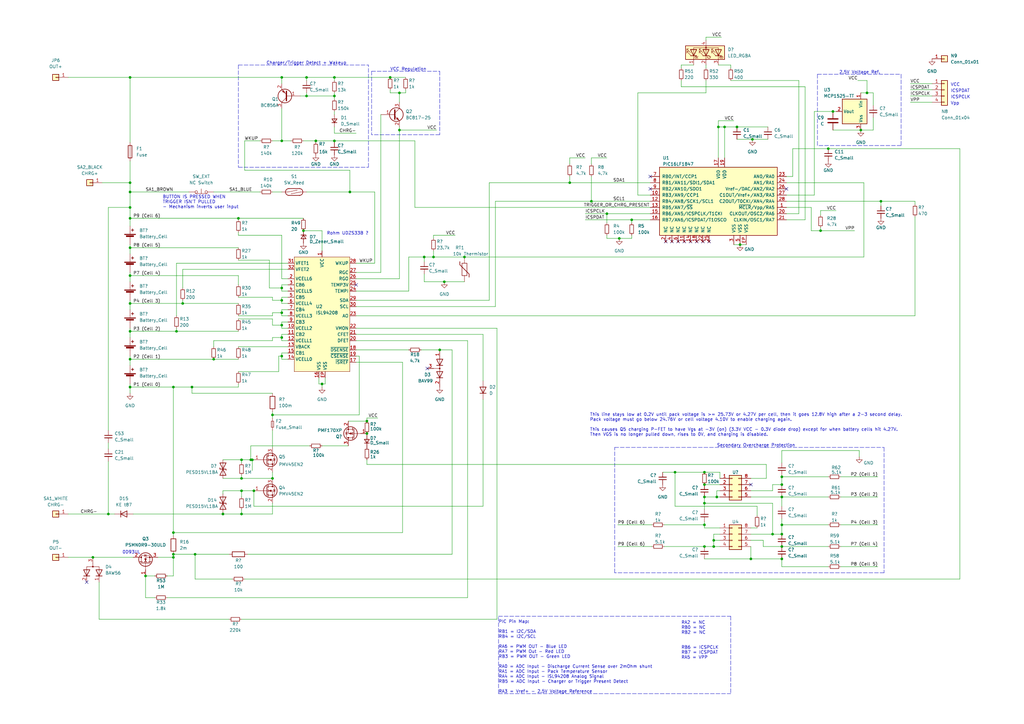
<source format=kicad_sch>
(kicad_sch (version 20211123) (generator eeschema)
  (paper "A3")
  (title_block (title "Dyson V7 BMS - PCB 279857") (date "2022-05-11") (rev "1.0") (company "tinfever") (comment 1 "See COPYING for license") (comment 2 "© 2022 tinfever"))
  (junction (at 307.975 229.235))
  (junction (at 99.06 210.82))
  (junction (at 320.675 203.835))
  (junction (at 233.68 74.93))
  (junction (at 124.46 94.615))
  (junction (at 137.16 57.785))
  (junction (at 320.675 219.075))
  (junction (at 177.8 105.41))
  (junction (at 44.45 210.82))
  (junction (at 53.34 89.535))
  (junction (at 308.61 57.15))
  (junction (at 104.14 201.295))
  (junction (at 294.005 203.835))
  (junction (at 53.34 135.89))
  (junction (at 80.01 227.33))
  (junction (at 97.79 89.535))
  (junction (at 53.34 124.46))
  (junction (at 297.18 52.07))
  (junction (at 150.495 177.8))
  (junction (at 102.87 188.595))
  (junction (at 115.57 31.75))
  (junction (at 248.92 87.63))
  (junction (at 302.26 52.07))
  (junction (at 53.34 74.93))
  (junction (at 190.5 105.41))
  (junction (at 150.495 172.72))
  (junction (at 87.63 147.32))
  (junction (at 125.73 31.75))
  (junction (at 288.925 224.155))
  (junction (at 99.06 201.295))
  (junction (at 259.08 90.17))
  (junction (at 320.675 215.265))
  (junction (at 320.675 224.155))
  (junction (at 361.315 82.55))
  (junction (at 115.57 57.785))
  (junction (at 53.34 101.6))
  (junction (at 91.44 210.82))
  (junction (at 129.54 57.785))
  (junction (at 115.57 118.11))
  (junction (at 111.76 170.18))
  (junction (at 355.6 38.1))
  (junction (at 115.57 123.19))
  (junction (at 288.925 206.375))
  (junction (at 163.83 53.34))
  (junction (at 336.55 94.615))
  (junction (at 132.08 157.48))
  (junction (at 53.34 78.74))
  (junction (at 115.57 128.27))
  (junction (at 71.12 218.44))
  (junction (at 115.57 146.05))
  (junction (at 137.16 31.75))
  (junction (at 254 97.79))
  (junction (at 59.69 236.22))
  (junction (at 242.57 82.55))
  (junction (at 292.735 221.615))
  (junction (at 71.12 158.75))
  (junction (at 316.865 219.075))
  (junction (at 71.12 227.33))
  (junction (at 320.675 195.58))
  (junction (at 53.34 113.03))
  (junction (at 288.925 193.675))
  (junction (at 320.675 198.755))
  (junction (at 288.925 215.265))
  (junction (at 160.02 31.75))
  (junction (at 163.83 38.1))
  (junction (at 180.34 143.51))
  (junction (at 111.76 196.215))
  (junction (at 353.06 53.34))
  (junction (at 38.1 228.6))
  (junction (at 276.86 193.675))
  (junction (at 341.63 45.72))
  (junction (at 125.73 39.37))
  (junction (at 292.735 224.155))
  (junction (at 103.505 188.595))
  (junction (at 53.34 31.75))
  (junction (at 182.245 115.57))
  (junction (at 71.12 228.6))
  (junction (at 53.34 85.09))
  (junction (at 294.64 52.07))
  (junction (at 74.93 124.46))
  (junction (at 72.39 135.89))
  (junction (at 143.51 78.74))
  (junction (at 53.34 147.32))
  (junction (at 173.99 105.41))
  (junction (at 137.16 39.37))
  (junction (at 99.06 188.595))
  (junction (at 320.675 229.235))
  (junction (at 339.725 60.96))
  (junction (at 288.925 198.755))
  (junction (at 78.74 158.75))
  (junction (at 115.57 138.43))
  (junction (at 303.53 100.33))
  (junction (at 53.34 158.75))
  (junction (at 99.06 196.215))
  (junction (at 288.925 203.835))
  (junction (at 115.57 133.35))
  (no_connect (at 280.67 99.06))
  (no_connect (at 278.13 99.06))
  (no_connect (at 275.59 99.06))
  (no_connect (at 273.05 99.06))
  (no_connect (at 288.29 99.06))
  (no_connect (at 285.75 99.06))
  (no_connect (at 283.21 99.06))
  (no_connect (at 290.83 99.06))
  (no_connect (at 322.58 77.47))
  (no_connect (at 266.7 72.39))
  (no_connect (at 266.7 77.47))
  (no_connect (at 146.05 116.84))
  (no_connect (at 307.975 198.755))
  (no_connect (at 35.56 238.76))
  (no_connect (at 175.26 151.13))
  (wire (pts (xy 133.35 157.48) (xy 132.08 157.48)))
  (wire (pts (xy 100.33 57.785) (xy 100.33 69.85)))
  (wire (pts (xy 143.51 78.74) (xy 153.67 78.74)))
  (wire (pts (xy 240.03 64.77) (xy 233.68 64.77)))
  (wire (pts (xy 146.05 134.62) (xy 203.835 134.62)))
  (wire (pts (xy 104.14 207.645) (xy 198.12 207.645)))
  (wire (pts (xy 129.54 57.785) (xy 129.54 58.42)))
  (wire (pts (xy 288.925 213.995) (xy 288.925 215.265)))
  (wire (pts (xy 91.44 196.215) (xy 99.06 196.215)))
  (wire (pts (xy 153.67 78.74) (xy 153.67 107.95)))
  (wire (pts (xy 271.78 193.675) (xy 276.86 193.675)))
  (wire (pts (xy 115.57 116.84) (xy 115.57 118.11)))
  (polyline (pts (xy 151.13 68.58) (xy 151.13 26.67)))
  (wire (pts (xy 358.14 43.18) (xy 358.14 38.1)))
  (wire (pts (xy 59.69 245.11) (xy 63.5 245.11)))
  (wire (pts (xy 99.06 188.595) (xy 99.06 189.865)))
  (wire (pts (xy 300.99 49.53) (xy 294.64 49.53)))
  (wire (pts (xy 100.33 237.49) (xy 393.7 237.49)))
  (wire (pts (xy 99.06 208.915) (xy 99.06 210.82)))
  (wire (pts (xy 173.99 107.315) (xy 173.99 105.41)))
  (polyline (pts (xy 362.585 183.515) (xy 362.585 234.95)))
  (wire (pts (xy 97.79 158.75) (xy 97.79 157.48)))
  (wire (pts (xy 295.275 224.155) (xy 292.735 224.155)))
  (wire (pts (xy 71.12 227.33) (xy 80.01 227.33)))
  (wire (pts (xy 133.35 154.94) (xy 133.35 157.48)))
  (wire (pts (xy 111.76 171.45) (xy 111.76 170.18)))
  (wire (pts (xy 177.8 96.52) (xy 186.69 96.52)))
  (wire (pts (xy 115.57 147.32) (xy 118.11 147.32)))
  (wire (pts (xy 276.86 193.675) (xy 288.925 193.675)))
  (wire (pts (xy 300.99 100.33) (xy 303.53 100.33)))
  (wire (pts (xy 53.34 147.32) (xy 53.34 149.86)))
  (wire (pts (xy 132.08 157.48) (xy 132.08 158.75)))
  (wire (pts (xy 314.325 190.5) (xy 314.325 196.215)))
  (wire (pts (xy 115.57 127) (xy 115.57 128.27)))
  (wire (pts (xy 146.05 111.76) (xy 156.21 111.76)))
  (wire (pts (xy 91.44 201.295) (xy 99.06 201.295)))
  (wire (pts (xy 163.83 53.34) (xy 163.83 114.3)))
  (wire (pts (xy 233.68 64.77) (xy 233.68 67.31)))
  (wire (pts (xy 355.6 33.02) (xy 355.6 38.1)))
  (wire (pts (xy 165.1 218.44) (xy 165.1 148.59)))
  (wire (pts (xy 327.66 33.02) (xy 299.72 33.02)))
  (wire (pts (xy 146.05 54.61) (xy 137.16 54.61)))
  (wire (pts (xy 153.67 107.95) (xy 146.05 107.95)))
  (wire (pts (xy 53.34 101.6) (xy 53.34 104.14)))
  (wire (pts (xy 137.16 57.785) (xy 137.16 58.42)))
  (wire (pts (xy 313.055 221.615) (xy 313.055 224.155)))
  (wire (pts (xy 111.76 176.53) (xy 111.76 183.515)))
  (wire (pts (xy 115.57 118.11) (xy 115.57 119.38)))
  (wire (pts (xy 72.39 129.54) (xy 72.39 107.95)))
  (wire (pts (xy 64.77 228.6) (xy 71.12 228.6)))
  (wire (pts (xy 115.57 132.08) (xy 115.57 133.35)))
  (wire (pts (xy 307.975 221.615) (xy 313.055 221.615)))
  (wire (pts (xy 306.07 100.33) (xy 303.53 100.33)))
  (wire (pts (xy 53.34 89.535) (xy 53.34 92.71)))
  (wire (pts (xy 248.92 87.63) (xy 248.92 91.44)))
  (wire (pts (xy 137.16 31.75) (xy 137.16 33.02)))
  (wire (pts (xy 111.76 170.18) (xy 111.76 168.91)))
  (wire (pts (xy 137.16 31.75) (xy 160.02 31.75)))
  (wire (pts (xy 53.34 74.93) (xy 53.34 78.74)))
  (wire (pts (xy 53.34 31.75) (xy 115.57 31.75)))
  (wire (pts (xy 294.64 52.07) (xy 294.64 64.77)))
  (wire (pts (xy 115.57 128.27) (xy 115.57 129.54)))
  (wire (pts (xy 97.79 130.81) (xy 111.76 130.81)))
  (wire (pts (xy 307.975 216.535) (xy 310.515 216.535)))
  (wire (pts (xy 295.275 201.295) (xy 294.005 201.295)))
  (wire (pts (xy 203.835 134.62) (xy 203.835 254)))
  (wire (pts (xy 44.45 85.09) (xy 53.34 85.09)))
  (wire (pts (xy 111.76 78.74) (xy 115.57 78.74)))
  (wire (pts (xy 115.57 31.75) (xy 115.57 34.29)))
  (polyline (pts (xy 362.585 234.95) (xy 252.095 234.95)))
  (wire (pts (xy 74.93 124.46) (xy 74.93 123.19)))
  (wire (pts (xy 190.5 115.57) (xy 182.245 115.57)))
  (wire (pts (xy 111.76 129.54) (xy 111.76 128.27)))
  (wire (pts (xy 203.2 82.55) (xy 242.57 82.55)))
  (wire (pts (xy 118.11 144.78) (xy 115.57 144.78)))
  (wire (pts (xy 146.05 139.7) (xy 191.77 139.7)))
  (wire (pts (xy 111.76 210.82) (xy 99.06 210.82)))
  (wire (pts (xy 53.34 113.03) (xy 53.34 115.57)))
  (polyline (pts (xy 252.095 234.95) (xy 252.095 183.515)))
  (wire (pts (xy 78.74 158.75) (xy 78.74 161.29)))
  (wire (pts (xy 344.805 203.835) (xy 360.045 203.835)))
  (wire (pts (xy 53.34 124.46) (xy 74.93 124.46)))
  (wire (pts (xy 344.805 195.58) (xy 360.045 195.58)))
  (wire (pts (xy 123.19 39.37) (xy 125.73 39.37)))
  (wire (pts (xy 336.55 86.36) (xy 336.55 88.265)))
  (wire (pts (xy 97.79 96.52) (xy 97.79 95.25)))
  (wire (pts (xy 27.94 31.75) (xy 53.34 31.75)))
  (wire (pts (xy 167.64 105.41) (xy 173.99 105.41)))
  (wire (pts (xy 393.7 60.96) (xy 393.7 237.49)))
  (wire (pts (xy 200.66 123.19) (xy 146.05 123.19)))
  (wire (pts (xy 373.38 34.29) (xy 382.27 34.29)))
  (wire (pts (xy 115.57 119.38) (xy 118.11 119.38)))
  (wire (pts (xy 91.44 210.185) (xy 91.44 210.82)))
  (wire (pts (xy 203.835 254) (xy 99.06 254)))
  (wire (pts (xy 91.44 201.295) (xy 91.44 202.565)))
  (wire (pts (xy 361.315 82.55) (xy 375.285 82.55)))
  (wire (pts (xy 40.64 254) (xy 93.98 254)))
  (wire (pts (xy 53.34 147.32) (xy 87.63 147.32)))
  (wire (pts (xy 115.57 123.19) (xy 115.57 124.46)))
  (wire (pts (xy 111.76 138.43) (xy 115.57 138.43)))
  (wire (pts (xy 320.675 203.835) (xy 320.675 207.645)))
  (wire (pts (xy 118.11 137.16) (xy 115.57 137.16)))
  (wire (pts (xy 137.16 40.64) (xy 137.16 39.37)))
  (wire (pts (xy 307.975 203.835) (xy 320.675 203.835)))
  (wire (pts (xy 99.06 201.295) (xy 99.06 203.835)))
  (wire (pts (xy 53.34 113.03) (xy 97.79 113.03)))
  (wire (pts (xy 102.87 188.595) (xy 103.505 188.595)))
  (wire (pts (xy 163.83 53.34) (xy 179.07 53.34)))
  (wire (pts (xy 111.76 206.375) (xy 111.76 210.82)))
  (polyline (pts (xy 369.57 59.69) (xy 335.28 59.69)))
  (wire (pts (xy 125.73 31.75) (xy 125.73 33.02)))
  (wire (pts (xy 292.735 219.075) (xy 295.275 219.075)))
  (wire (pts (xy 322.58 74.93) (xy 354.33 74.93)))
  (wire (pts (xy 322.58 72.39) (xy 325.12 72.39)))
  (wire (pts (xy 99.06 194.945) (xy 99.06 196.215)))
  (wire (pts (xy 334.01 45.72) (xy 341.63 45.72)))
  (wire (pts (xy 288.925 206.375) (xy 316.865 206.375)))
  (wire (pts (xy 150.495 190.5) (xy 314.325 190.5)))
  (wire (pts (xy 53.34 111.76) (xy 53.34 113.03)))
  (wire (pts (xy 173.99 112.395) (xy 173.99 115.57)))
  (wire (pts (xy 297.18 52.07) (xy 294.64 52.07)))
  (wire (pts (xy 143.51 69.85) (xy 143.51 78.74)))
  (wire (pts (xy 115.57 138.43) (xy 115.57 139.7)))
  (wire (pts (xy 146.05 119.38) (xy 167.64 119.38)))
  (wire (pts (xy 344.805 232.41) (xy 360.045 232.41)))
  (wire (pts (xy 124.46 94.615) (xy 132.08 94.615)))
  (polyline (pts (xy 204.47 252.73) (xy 299.72 252.73)))
  (wire (pts (xy 325.12 60.96) (xy 339.725 60.96)))
  (wire (pts (xy 160.02 36.83) (xy 160.02 38.1)))
  (wire (pts (xy 114.3 146.05) (xy 114.3 152.4)))
  (wire (pts (xy 336.55 94.615) (xy 350.52 94.615)))
  (wire (pts (xy 289.56 38.1) (xy 289.56 33.02)))
  (wire (pts (xy 358.14 38.1) (xy 355.6 38.1)))
  (wire (pts (xy 172.72 143.51) (xy 180.34 143.51)))
  (wire (pts (xy 320.675 212.725) (xy 320.675 215.265)))
  (wire (pts (xy 53.34 135.89) (xy 53.34 138.43)))
  (wire (pts (xy 59.69 236.22) (xy 63.5 236.22)))
  (wire (pts (xy 336.55 93.345) (xy 336.55 94.615)))
  (wire (pts (xy 320.675 195.58) (xy 320.675 198.755)))
  (wire (pts (xy 295.91 15.24) (xy 289.56 15.24)))
  (wire (pts (xy 146.05 125.73) (xy 203.2 125.73)))
  (wire (pts (xy 198.12 137.16) (xy 198.12 156.21)))
  (wire (pts (xy 292.735 221.615) (xy 295.275 221.615)))
  (wire (pts (xy 288.925 193.675) (xy 295.275 193.675)))
  (wire (pts (xy 99.06 201.295) (xy 104.14 201.295)))
  (wire (pts (xy 71.12 236.22) (xy 71.12 228.6)))
  (wire (pts (xy 320.675 215.265) (xy 339.725 215.265)))
  (wire (pts (xy 137.16 57.785) (xy 170.18 57.785)))
  (wire (pts (xy 100.33 57.785) (xy 106.68 57.785)))
  (wire (pts (xy 59.69 236.22) (xy 59.69 245.11)))
  (wire (pts (xy 53.34 89.535) (xy 97.79 89.535)))
  (wire (pts (xy 146.05 129.54) (xy 375.285 129.54)))
  (wire (pts (xy 125.73 31.75) (xy 137.16 31.75)))
  (wire (pts (xy 44.45 176.53) (xy 44.45 85.09)))
  (wire (pts (xy 78.74 158.75) (xy 97.79 158.75)))
  (wire (pts (xy 375.285 129.54) (xy 375.285 88.9)))
  (wire (pts (xy 111.76 121.92) (xy 111.76 123.19)))
  (wire (pts (xy 115.57 121.92) (xy 115.57 123.19)))
  (wire (pts (xy 334.01 45.72) (xy 334.01 80.01)))
  (wire (pts (xy 332.74 85.09) (xy 332.74 94.615)))
  (wire (pts (xy 115.57 146.05) (xy 114.3 146.05)))
  (polyline (pts (xy 97.79 68.58) (xy 151.13 68.58)))
  (wire (pts (xy 316.865 201.295) (xy 307.975 201.295)))
  (wire (pts (xy 97.79 89.535) (xy 124.46 89.535)))
  (wire (pts (xy 115.57 146.05) (xy 115.57 147.32)))
  (wire (pts (xy 97.79 142.24) (xy 118.11 142.24)))
  (polyline (pts (xy 180.34 55.245) (xy 152.4 55.245)))
  (wire (pts (xy 288.925 229.235) (xy 307.975 229.235)))
  (wire (pts (xy 111.76 139.7) (xy 87.63 139.7)))
  (polyline (pts (xy 204.47 284.48) (xy 299.72 284.48)))
  (wire (pts (xy 261.62 80.01) (xy 261.62 38.1)))
  (wire (pts (xy 322.58 85.09) (xy 332.74 85.09)))
  (wire (pts (xy 242.57 72.39) (xy 242.57 82.55)))
  (wire (pts (xy 74.93 124.46) (xy 97.79 124.46)))
  (wire (pts (xy 53.34 124.46) (xy 53.34 127)))
  (wire (pts (xy 97.79 106.68) (xy 110.49 106.68)))
  (wire (pts (xy 330.2 35.56) (xy 330.2 90.17)))
  (wire (pts (xy 352.425 184.785) (xy 352.425 187.325)))
  (wire (pts (xy 72.39 134.62) (xy 72.39 135.89)))
  (wire (pts (xy 127 182.88) (xy 102.87 182.88)))
  (wire (pts (xy 102.87 182.88) (xy 102.87 188.595)))
  (wire (pts (xy 40.64 238.76) (xy 40.64 254)))
  (wire (pts (xy 53.34 78.74) (xy 77.47 78.74)))
  (wire (pts (xy 53.34 31.75) (xy 53.34 58.42)))
  (wire (pts (xy 185.42 143.51) (xy 185.42 227.33)))
  (wire (pts (xy 279.4 35.56) (xy 330.2 35.56)))
  (wire (pts (xy 38.1 228.6) (xy 54.61 228.6)))
  (wire (pts (xy 320.675 194.945) (xy 320.675 195.58)))
  (wire (pts (xy 68.58 236.22) (xy 71.12 236.22)))
  (wire (pts (xy 115.57 144.78) (xy 115.57 146.05)))
  (wire (pts (xy 118.11 114.3) (xy 115.57 114.3)))
  (wire (pts (xy 259.08 90.17) (xy 259.08 91.44)))
  (wire (pts (xy 71.12 158.75) (xy 71.12 218.44)))
  (wire (pts (xy 272.415 224.155) (xy 288.925 224.155)))
  (wire (pts (xy 156.21 111.76) (xy 156.21 46.99)))
  (wire (pts (xy 177.8 96.52) (xy 177.8 97.79)))
  (wire (pts (xy 288.925 206.375) (xy 288.925 208.915)))
  (wire (pts (xy 170.18 57.785) (xy 170.18 85.09)))
  (wire (pts (xy 279.4 26.67) (xy 284.48 26.67)))
  (wire (pts (xy 288.925 203.835) (xy 294.005 203.835)))
  (polyline (pts (xy 335.28 30.48) (xy 369.57 30.48)))
  (wire (pts (xy 115.57 137.16) (xy 115.57 138.43)))
  (wire (pts (xy 68.58 245.11) (xy 191.77 245.11)))
  (wire (pts (xy 115.57 118.11) (xy 110.49 118.11)))
  (wire (pts (xy 308.61 57.15) (xy 302.26 57.15)))
  (wire (pts (xy 170.18 85.09) (xy 266.7 85.09)))
  (wire (pts (xy 163.83 38.1) (xy 166.37 38.1)))
  (wire (pts (xy 118.11 116.84) (xy 115.57 116.84)))
  (wire (pts (xy 87.63 78.74) (xy 106.68 78.74)))
  (wire (pts (xy 233.68 72.39) (xy 233.68 74.93)))
  (wire (pts (xy 322.58 80.01) (xy 334.01 80.01)))
  (wire (pts (xy 165.1 148.59) (xy 146.05 148.59)))
  (wire (pts (xy 288.925 203.835) (xy 288.925 206.375)))
  (wire (pts (xy 44.45 181.61) (xy 44.45 184.15)))
  (wire (pts (xy 320.675 203.835) (xy 339.725 203.835)))
  (wire (pts (xy 299.72 26.67) (xy 294.64 26.67)))
  (wire (pts (xy 292.735 221.615) (xy 292.735 219.075)))
  (wire (pts (xy 358.14 48.26) (xy 358.14 53.34)))
  (wire (pts (xy 341.63 53.34) (xy 353.06 53.34)))
  (wire (pts (xy 130.81 157.48) (xy 132.08 157.48)))
  (wire (pts (xy 97.79 116.84) (xy 97.79 113.03)))
  (wire (pts (xy 71.12 218.44) (xy 71.12 219.71)))
  (wire (pts (xy 289.56 15.24) (xy 289.56 16.51)))
  (wire (pts (xy 299.72 26.67) (xy 299.72 27.94)))
  (wire (pts (xy 351.79 33.02) (xy 355.6 33.02)))
  (wire (pts (xy 160.02 38.1) (xy 163.83 38.1)))
  (wire (pts (xy 53.34 85.09) (xy 53.34 89.535)))
  (wire (pts (xy 111.76 133.35) (xy 115.57 133.35)))
  (wire (pts (xy 91.44 210.82) (xy 99.06 210.82)))
  (wire (pts (xy 322.58 87.63) (xy 327.66 87.63)))
  (wire (pts (xy 261.62 38.1) (xy 289.56 38.1)))
  (polyline (pts (xy 97.79 26.67) (xy 151.13 26.67)))
  (wire (pts (xy 125.73 39.37) (xy 125.73 38.1)))
  (wire (pts (xy 294.64 49.53) (xy 294.64 52.07)))
  (wire (pts (xy 74.93 118.11) (xy 74.93 110.49)))
  (wire (pts (xy 53.34 78.74) (xy 53.34 85.09)))
  (wire (pts (xy 180.34 143.51) (xy 185.42 143.51)))
  (wire (pts (xy 295.275 193.675) (xy 295.275 196.215)))
  (wire (pts (xy 53.34 100.33) (xy 53.34 101.6)))
  (wire (pts (xy 203.2 125.73) (xy 203.2 82.55)))
  (wire (pts (xy 115.57 31.75) (xy 125.73 31.75)))
  (wire (pts (xy 308.61 57.15) (xy 314.96 57.15)))
  (wire (pts (xy 272.415 215.265) (xy 288.925 215.265)))
  (wire (pts (xy 344.805 215.265) (xy 360.045 215.265)))
  (wire (pts (xy 288.925 198.755) (xy 295.275 198.755)))
  (wire (pts (xy 99.06 196.215) (xy 111.76 196.215)))
  (wire (pts (xy 124.46 57.785) (xy 129.54 57.785)))
  (wire (pts (xy 167.64 119.38) (xy 167.64 105.41)))
  (wire (pts (xy 242.57 82.55) (xy 266.7 82.55)))
  (polyline (pts (xy 97.79 26.67) (xy 97.79 68.58)))
  (wire (pts (xy 320.675 184.785) (xy 320.675 189.865)))
  (wire (pts (xy 111.76 193.675) (xy 111.76 196.215)))
  (wire (pts (xy 71.12 218.44) (xy 165.1 218.44)))
  (wire (pts (xy 322.58 82.55) (xy 361.315 82.55)))
  (wire (pts (xy 307.975 219.075) (xy 316.865 219.075)))
  (wire (pts (xy 276.86 207.645) (xy 276.86 193.675)))
  (wire (pts (xy 373.38 36.83) (xy 382.27 36.83)))
  (wire (pts (xy 53.34 146.05) (xy 53.34 147.32)))
  (wire (pts (xy 115.57 44.45) (xy 115.57 57.785)))
  (wire (pts (xy 74.93 110.49) (xy 118.11 110.49)))
  (wire (pts (xy 118.11 139.7) (xy 115.57 139.7)))
  (wire (pts (xy 320.675 215.265) (xy 320.675 219.075)))
  (wire (pts (xy 150.495 172.72) (xy 150.495 171.45)))
  (wire (pts (xy 53.34 158.75) (xy 71.12 158.75)))
  (wire (pts (xy 111.76 57.785) (xy 115.57 57.785)))
  (wire (pts (xy 147.32 146.05) (xy 147.32 170.18)))
  (wire (pts (xy 373.38 41.91) (xy 382.27 41.91)))
  (wire (pts (xy 288.925 224.155) (xy 292.735 224.155)))
  (wire (pts (xy 375.285 82.55) (xy 375.285 83.82)))
  (wire (pts (xy 279.4 33.02) (xy 279.4 35.56)))
  (wire (pts (xy 97.79 129.54) (xy 111.76 129.54)))
  (wire (pts (xy 361.315 82.55) (xy 361.315 84.455)))
  (wire (pts (xy 150.495 190.5) (xy 150.495 188.595)))
  (wire (pts (xy 339.725 60.96) (xy 393.7 60.96)))
  (wire (pts (xy 129.54 57.785) (xy 137.16 57.785)))
  (wire (pts (xy 41.91 74.93) (xy 53.34 74.93)))
  (wire (pts (xy 87.63 147.32) (xy 97.79 147.32)))
  (wire (pts (xy 320.675 232.41) (xy 339.725 232.41)))
  (wire (pts (xy 150.495 171.45) (xy 154.94 171.45)))
  (wire (pts (xy 279.4 26.67) (xy 279.4 27.94)))
  (wire (pts (xy 111.76 130.81) (xy 111.76 133.35)))
  (wire (pts (xy 253.365 224.155) (xy 267.335 224.155)))
  (wire (pts (xy 341.63 45.72) (xy 342.9 45.72)))
  (wire (pts (xy 118.11 121.92) (xy 115.57 121.92)))
  (wire (pts (xy 111.76 161.29) (xy 78.74 161.29)))
  (wire (pts (xy 115.57 114.3) (xy 115.57 96.52)))
  (wire (pts (xy 53.34 123.19) (xy 53.34 124.46)))
  (wire (pts (xy 294.005 201.295) (xy 294.005 203.835)))
  (wire (pts (xy 266.7 74.93) (xy 233.68 74.93)))
  (wire (pts (xy 137.16 46.99) (xy 137.16 45.72)))
  (wire (pts (xy 53.34 134.62) (xy 53.34 135.89)))
  (polyline (pts (xy 152.4 29.21) (xy 180.34 29.21)))
  (wire (pts (xy 111.76 170.18) (xy 147.32 170.18)))
  (wire (pts (xy 132.08 94.615) (xy 132.08 102.87)))
  (wire (pts (xy 99.06 188.595) (xy 102.87 188.595)))
  (wire (pts (xy 355.6 38.1) (xy 353.06 38.1)))
  (wire (pts (xy 100.33 69.85) (xy 143.51 69.85)))
  (wire (pts (xy 200.66 74.93) (xy 200.66 123.19)))
  (wire (pts (xy 330.2 90.17) (xy 322.58 90.17)))
  (wire (pts (xy 137.16 52.07) (xy 137.16 54.61)))
  (polyline (pts (xy 369.57 30.48) (xy 369.57 59.69)))
  (wire (pts (xy 27.94 210.82) (xy 44.45 210.82)))
  (wire (pts (xy 200.66 74.93) (xy 233.68 74.93)))
  (wire (pts (xy 44.45 189.23) (xy 44.45 210.82)))
  (wire (pts (xy 115.57 124.46) (xy 118.11 124.46)))
  (wire (pts (xy 53.34 158.75) (xy 53.34 157.48)))
  (wire (pts (xy 80.01 237.49) (xy 95.25 237.49)))
  (wire (pts (xy 27.94 228.6) (xy 38.1 228.6)))
  (wire (pts (xy 118.11 132.08) (xy 115.57 132.08)))
  (wire (pts (xy 72.39 107.95) (xy 118.11 107.95)))
  (polyline (pts (xy 252.095 183.515) (xy 362.585 183.515)))
  (wire (pts (xy 71.12 158.75) (xy 78.74 158.75)))
  (wire (pts (xy 163.83 52.07) (xy 163.83 53.34)))
  (wire (pts (xy 344.805 224.155) (xy 360.045 224.155)))
  (wire (pts (xy 373.38 39.37) (xy 382.27 39.37)))
  (wire (pts (xy 259.08 97.79) (xy 259.08 96.52)))
  (wire (pts (xy 125.73 39.37) (xy 137.16 39.37)))
  (wire (pts (xy 150.495 172.72) (xy 142.875 172.72)))
  (wire (pts (xy 266.7 80.01) (xy 261.62 80.01)))
  (wire (pts (xy 320.675 224.155) (xy 339.725 224.155)))
  (polyline (pts (xy 152.4 29.21) (xy 152.4 55.245)))
  (wire (pts (xy 297.18 52.07) (xy 297.18 64.77)))
  (polyline (pts (xy 180.34 29.21) (xy 180.34 55.245)))
  (wire (pts (xy 320.675 198.755) (xy 316.865 198.755)))
  (wire (pts (xy 198.12 163.83) (xy 198.12 207.645)))
  (wire (pts (xy 130.81 154.94) (xy 130.81 157.48)))
  (wire (pts (xy 288.925 215.265) (xy 288.925 216.535)))
  (wire (pts (xy 80.01 227.33) (xy 80.01 237.49)))
  (wire (pts (xy 142.875 182.88) (xy 132.08 182.88)))
  (wire (pts (xy 292.735 224.155) (xy 292.735 221.615)))
  (wire (pts (xy 327.66 87.63) (xy 327.66 33.02)))
  (polyline (pts (xy 299.72 252.73) (xy 299.72 284.48)))
  (wire (pts (xy 294.005 203.835) (xy 295.275 203.835)))
  (wire (pts (xy 118.11 129.54) (xy 115.57 129.54)))
  (wire (pts (xy 288.925 216.535) (xy 295.275 216.535)))
  (wire (pts (xy 191.77 139.7) (xy 191.77 245.11)))
  (wire (pts (xy 240.03 90.17) (xy 259.08 90.17)))
  (wire (pts (xy 87.63 139.7) (xy 87.63 142.24)))
  (wire (pts (xy 242.57 64.77) (xy 242.57 67.31)))
  (wire (pts (xy 320.675 229.235) (xy 320.675 232.41)))
  (wire (pts (xy 91.44 188.595) (xy 99.06 188.595)))
  (wire (pts (xy 240.03 87.63) (xy 248.92 87.63)))
  (wire (pts (xy 110.49 118.11) (xy 110.49 106.68)))
  (wire (pts (xy 111.76 139.7) (xy 111.76 138.43)))
  (wire (pts (xy 53.34 158.75) (xy 53.34 161.29)))
  (wire (pts (xy 54.61 210.82) (xy 91.44 210.82)))
  (wire (pts (xy 166.37 38.1) (xy 166.37 36.83)))
  (wire (pts (xy 310.515 207.645) (xy 276.86 207.645)))
  (wire (pts (xy 248.92 96.52) (xy 248.92 97.79)))
  (wire (pts (xy 248.92 87.63) (xy 266.7 87.63)))
  (wire (pts (xy 316.865 198.755) (xy 316.865 201.295)))
  (wire (pts (xy 177.8 105.41) (xy 190.5 105.41)))
  (wire (pts (xy 248.92 64.77) (xy 242.57 64.77)))
  (wire (pts (xy 146.05 114.3) (xy 163.83 114.3)))
  (wire (pts (xy 302.26 52.07) (xy 314.96 52.07)))
  (wire (pts (xy 71.12 227.33) (xy 71.12 228.6)))
  (wire (pts (xy 177.8 102.87) (xy 177.8 105.41)))
  (wire (pts (xy 53.34 101.6) (xy 97.79 101.6)))
  (wire (pts (xy 97.79 121.92) (xy 111.76 121.92)))
  (wire (pts (xy 307.975 196.215) (xy 314.325 196.215)))
  (wire (pts (xy 97.79 89.535) (xy 97.79 90.17)))
  (wire (pts (xy 115.57 96.52) (xy 97.79 96.52)))
  (wire (pts (xy 320.675 184.785) (xy 352.425 184.785)))
  (wire (pts (xy 103.505 188.595) (xy 104.14 188.595)))
  (wire (pts (xy 104.14 201.295) (xy 104.14 207.645)))
  (wire (pts (xy 103.505 188.595) (xy 103.505 193.04)))
  (wire (pts (xy 114.3 152.4) (xy 97.79 152.4)))
  (wire (pts (xy 118.11 134.62) (xy 115.57 134.62)))
  (wire (pts (xy 332.74 94.615) (xy 336.55 94.615)))
  (wire (pts (xy 146.05 143.51) (xy 167.64 143.51)))
  (wire (pts (xy 72.39 135.89) (xy 97.79 135.89)))
  (wire (pts (xy 150.495 177.8) (xy 150.495 178.435)))
  (wire (pts (xy 53.34 135.89) (xy 72.39 135.89)))
  (wire (pts (xy 115.57 133.35) (xy 115.57 134.62)))
  (wire (pts (xy 190.5 105.41) (xy 354.33 105.41)))
  (wire (pts (xy 111.76 123.19) (xy 115.57 123.19)))
  (wire (pts (xy 342.9 86.36) (xy 336.55 86.36)))
  (wire (pts (xy 353.06 53.34) (xy 358.14 53.34)))
  (wire (pts (xy 316.865 206.375) (xy 316.865 219.075)))
  (wire (pts (xy 44.45 210.82) (xy 46.99 210.82)))
  (polyline (pts (xy 204.47 284.48) (xy 204.47 252.73)))
  (wire (pts (xy 80.01 227.33) (xy 93.98 227.33)))
  (wire (pts (xy 310.515 211.455) (xy 310.515 207.645)))
  (wire (pts (xy 137.16 39.37) (xy 137.16 38.1)))
  (wire (pts (xy 253.365 215.265) (xy 267.335 215.265)))
  (wire (pts (xy 146.05 137.16) (xy 198.12 137.16)))
  (wire (pts (xy 163.83 38.1) (xy 163.83 41.91)))
  (wire (pts (xy 160.02 31.75) (xy 166.37 31.75)))
  (wire (pts (xy 307.975 229.235) (xy 320.675 229.235)))
  (wire (pts (xy 354.33 74.93) (xy 354.33 105.41)))
  (wire (pts (xy 125.73 78.74) (xy 143.51 78.74)))
  (wire (pts (xy 320.675 195.58) (xy 339.725 195.58)))
  (wire (pts (xy 289.56 27.94) (xy 289.56 26.67)))
  (wire (pts (xy 115.57 57.785) (xy 119.38 57.785)))
  (wire (pts (xy 254 97.79) (xy 259.08 97.79)))
  (wire (pts (xy 118.11 127) (xy 115.57 127)))
  (wire (pts (xy 53.34 74.93) (xy 53.34 66.04)))
  (polyline (pts (xy 335.28 30.48) (xy 335.28 59.69)))
  (wire (pts (xy 101.6 227.33) (xy 185.42 227.33)))
  (wire (pts (xy 316.865 219.075) (xy 320.675 219.075)))
  (wire (pts (xy 325.12 72.39) (xy 325.12 60.96)))
  (wire (pts (xy 259.08 90.17) (xy 266.7 90.17)))
  (wire (pts (xy 307.975 224.155) (xy 307.975 229.235)))
  (wire (pts (xy 146.05 146.05) (xy 147.32 146.05)))
  (wire (pts (xy 248.92 97.79) (xy 254 97.79)))
  (wire (pts (xy 182.245 115.57) (xy 173.99 115.57)))
  (wire (pts (xy 313.055 224.155) (xy 320.675 224.155)))
  (wire (pts (xy 302.26 52.07) (xy 297.18 52.07)))
  (wire (pts (xy 111.76 128.27) (xy 115.57 128.27)))
  (wire (pts (xy 177.8 105.41) (xy 173.99 105.41)))
  (text "\nSV09 V6\n2.8V when charger present\n225mV when button pressed\n750mV when button not pressed" (at 427.99 93.345 0) (effects (font (size 1.27 1.27)) (justify left bottom)))
  (text "ICSPDAT" (at 389.89 38.1 0) (effects (font (size 1.27 1.27)) (justify left bottom)))
  (text "2.5V Voltage Ref." (at 344.17 30.48 0) (effects (font (size 1.27 1.27)) (justify left bottom)))
  (text "Trigger or Charge Present\nWith 24V pack voltage:\nRB5 Detect Pin	|	ISL WKUP Pin	|	\n923mV			|	16V				|	Trigger not pressed, charger not present, reed switch closed\n0V				|	0V				|	Trigger pulled, charger not present, reed switch closed\n0V				|	0V				|	Trigger not pulled, charger not present, reed switch open (battery removed from vacuum)\n2.82V			|	24V				|	Charger present, trigger doesn't matter, reed switch doesn't matter\n\n\nWith 18V pack voltage:\nRB5 Detect Pin	|	ISL WKUP Pin	|	\n692mV			|	12V				|	Trigger not pressed, charger not present, reed switch closed\n0V				|	0V				|	Trigger pulled, charger not present, reed switch closed\n0V				|	0V				|	Trigger not pulled, charger not present, reed switch open (battery removed from vacuum)\n2.113V			|	18V				|	Charger present, trigger doesn't matter, reed switch doesn't matter\n\n\n\nWith 25.2V pack voltage:\nRB5 Detect Pin	|	ISL WKUP Pin	|	\n969mV			|	16.7V				|	Trigger not pressed, charger not present, reed switch closed\n0V				|	0V				|	Trigger pulled, charger not present, reed switch closed\n0V				|	0V				|	Trigger not pulled, charger not present, reed switch open (battery removed from vacuum)\n2.961V			|	25.2V				|	Charger present, trigger doesn't matter, reed switch doesn't matter\n" (at 427.99 80.645 0) (effects (font (size 1.27 1.27)) (justify left bottom)))
  (text "VCC Regulation" (at 160.02 29.21 0) (effects (font (size 1.27 1.27)) (justify left bottom)))
  (text "0D93UL" (at 50.165 227.33 0) (effects (font (size 1.27 1.27)) (justify left bottom)))
  (text "This line stays low at 0.2V until pack voltage is >= 25.73V or 4.27V per cell, then it goes 12.8V high after a 2-3 second delay.\nPack voltage must go below 24.76V or cell voltage 4.10V to enable charging again.\n\nThis causes Q5 charging P-FET to have Vgs at -3V (on) (3.3V VCC - 0.3V diode drop) except for when battery cells hit 4.27V.\nThen VGS is no longer pulled down, rises to 0V, and charging is disabled.\n" (at 241.935 179.07 0) (effects (font (size 1.27 1.27)) (justify left bottom)))
  (text "Vpp" (at 389.89 43.18 0) (effects (font (size 1.27 1.27)) (justify left bottom)))
  (text "Rohm UDZS33B ?\n" (at 133.985 96.52 0) (effects (font (size 1.27 1.27)) (justify left bottom)))
  (text "ICSPCLK" (at 389.89 40.64 0) (effects (font (size 1.27 1.27)) (justify left bottom)))
  (text "RA2 = NC\nRB0 = NC\nRB2 = NC\n\n\nRB6 = ICSPCLK\nRB7 = ICSPDAT\nRA5 = VPP" (at 279.4 270.51 0) (effects (font (size 1.27 1.27)) (justify left bottom)))
  (text "Secondary Overcharge Protection" (at 294.005 183.515 0) (effects (font (size 1.27 1.27)) (justify left bottom)))
  (text "BUTTON IS PRESSED WHEN\nTRIGGER ISN'T PULLED\n- Mechanism inverts user input" (at 66.675 85.725 0) (effects (font (size 1.27 1.27)) (justify left bottom)))
  (text "PIC Pin Map:\n\nRB1 = I2C/SDA\nRB4 = I2C/SCL\n\nRA6 = PWM OUT - Blue LED\nRA7 = PWM Out - Red LED\nRB3 = PWM OUT - Green LED\n\nRA0 = ADC Input - Discharge Current Sense over 2mOhm shunt\nRA1 = ADC Input - Pack Temperature Sensor\nRA4 = ADC Input - ISL94208 Analog Signal\nRB5 = ADC Input - Charger or Trigger Present Detect\n\nRA3 = Vref+ - 2.5V Voltage Reference" (at 204.47 284.48 0) (effects (font (size 1.27 1.27)) (justify left bottom)))
  (text "Charger/Trigger Detect + Wakeup" (at 109.22 26.67 0) (effects (font (size 1.27 1.27)) (justify left bottom)))
  (text "VCC" (at 389.89 35.56 0) (effects (font (size 1.27 1.27)) (justify left bottom)))
  (label "VCC" (at 342.9 86.36 180))
  (label "VCC" (at 373.38 34.29 0))
  (label "P7 (Cell 4)" (at 54.61 113.03 0))
  (label "P4 (Cell 3)" (at 360.045 215.265 180))
  (label "P7 (Cell 4)" (at 360.045 224.155 180))
  (label "ICSPDAT" (at 373.38 36.83 0))
  (label "SA1_BLUE" (at 93.98 78.74 0))
  (label "VPP" (at 373.38 41.91 0))
  (label "VCC" (at 300.99 49.53 180))
  (label "SA1_BROWN" (at 59.69 78.74 0))
  (label "ICSPCLK" (at 373.38 39.37 0))
  (label "P1 (Cell 0)" (at 54.61 158.75 0))
  (label "VCC" (at 179.07 53.34 180))
  (label "P9 (Cell 6)" (at 253.365 215.265 0))
  (label "P8 (Cell 5)" (at 54.61 101.6 0))
  (label "P2 (Cell 1)" (at 360.045 195.58 180))
  (label "P3 (Cell 2)" (at 360.045 203.835 180))
  (label "P4 (Cell 3)" (at 54.61 124.46 0))
  (label "P9 (Cell 6)" (at 54.61 89.535 0))
  (label "TRIGGER_OR_CHRG_PRESENT" (at 239.395 85.09 0))
  (label "P8 (Cell 5)" (at 360.045 232.41 180))
  (label "VPP" (at 350.52 94.615 180))
  (label "CHRG-" (at 146.05 54.61 180))
  (label "P3 (Cell 2)" (at 54.61 135.89 0))
  (label "ICSPDAT" (at 240.03 90.17 0))
  (label "CHRG-" (at 33.02 210.82 0))
  (label "VCC" (at 240.03 64.77 180))
  (label "P9 (Cell 6)" (at 253.365 224.155 0))
  (label "VCC" (at 248.92 64.77 180))
  (label "VCC" (at 351.79 33.02 180))
  (label "VCC" (at 186.69 96.52 180))
  (label "VCC" (at 154.94 171.45 180))
  (label "P2 (Cell 1)" (at 54.61 147.32 0))
  (label "WKUP" (at 147.32 107.95 0))
  (label "SCL1" (at 251.46 82.55 0))
  (label "WKUP" (at 100.33 57.785 0))
  (label "ICSPCLK" (at 240.03 87.63 0))
  (label "SDA1" (at 251.46 74.93 0))
  (label "VCC" (at 295.91 15.24 180))
  (symbol (lib_id "Reference_Voltage:MCP1525-TT") (at 353.06 45.72 0) (mirror y) (unit 1)
    (property "Reference" "U3" (at 337.82 36.83 0) (effects (justify right)))
    (property "Value" "MCP1525-TT" (at 337.82 39.37 0) (effects (justify right)))
    (property "Footprint" "Package_TO_SOT_SMD:SOT-23" (effects hide))
    (property "Datasheet" "http://ww1.microchip.com/downloads/en/devicedoc/21653b.pdf" (effects hide))
  )
  (symbol (lib_id "Device:R_Small") (at 99.06 192.405 0) (mirror y) (unit 1)
    (property "Reference" "R?" (at 100.33 191.135 0) (effects (justify right)))
    (property "Value" "1M" (at 100.33 193.675 0) (effects (justify right)))
  )
  (symbol (lib_id "Device:Q_NPN_BEC") (at 161.29 46.99 0) (unit 1)
    (property "Reference" "Q2" (at 166.37 45.7199 0) (effects (justify left)))
    (property "Value" "BC817-25" (at 166.37 48.2599 0) (effects (justify left)))
  )
  (symbol (lib_id "Connector_Generic:Conn_01x01") (at 22.86 210.82 180) (unit 1)
    (property "Reference" "SA1_WHITE" (at 22.86 204.47 0))
    (property "Value" "CHRG-" (at 22.86 207.01 0))
  )
  (symbol (lib_id "Device:C_Small") (at 44.45 186.69 0) (unit 1)
    (property "Reference" "C21" (at 46.99 185.4262 0) (effects (justify left)))
    (property "Value" "C_Small" (at 46.99 187.9662 0) (effects (justify left)))
  )
  (symbol (lib_id "Device:D") (at 198.12 160.02 90) (unit 1)
    (property "Reference" "D2" (at 200.66 158.7499 90) (effects (justify right)))
    (property "Value" "D" (at 200.66 161.2899 90) (effects (justify right)))
  )
  (symbol (lib_id "Connector_Generic:Conn_01x01") (at 22.86 31.75 180) (unit 1)
    (property "Reference" "JP6" (at 22.86 24.765 0))
    (property "Value" "OUT+" (at 22.86 27.305 0))
  )
  (symbol (lib_id "power:GND") (at 182.245 115.57 0) (unit 1)
    (property "Reference" "#PWR0112" (effects hide))
    (property "Value" "GND" (at 182.245 120.65 0))
  )
  (symbol (lib_id "Device:R_Small") (at 259.08 93.98 0) (unit 1)
    (property "Reference" "R5" (at 261.62 92.7099 0) (effects (justify left)))
    (property "Value" "100k" (at 261.62 95.2499 0) (effects (justify left)))
  )
  (symbol (lib_id "Device:Q_PNP_BEC") (at 118.11 39.37 180) (unit 1)
    (property "Reference" "Q1" (at 114.3 40.64 0) (effects (justify left)))
    (property "Value" "BC856A" (at 114.3 43.18 0) (effects (justify left)))
  )
  (symbol (lib_id "Device:R_Small") (at 279.4 30.48 0) (unit 1)
    (property "Reference" "R51" (at 280.67 29.21 0) (effects (justify left)))
    (property "Value" "220" (at 280.67 31.75 0) (effects (justify left)))
  )
  (symbol (lib_id "Device:R") (at 111.76 165.1 180) (unit 1)
    (property "Reference" "R?" (at 114.3 163.8299 0) (effects (justify right)))
    (property "Value" "100m" (at 114.3 166.3699 0) (effects (justify right)))
  )
  (symbol (lib_id "Device:R_Small") (at 233.68 69.85 0) (unit 1)
    (property "Reference" "R?" (at 236.22 68.5799 0) (effects (justify left)))
    (property "Value" "4.7k" (at 236.22 71.1199 0) (effects (justify left)))
  )
  (symbol (lib_id "Device:C_Small") (at 320.675 192.405 180) (unit 1)
    (property "Reference" "C?" (at 323.215 191.1285 0) (effects (justify right)))
    (property "Value" "C_Small" (at 323.215 193.6685 0) (effects (justify right)))
  )
  (symbol (lib_id "Device:R_Small") (at 99.06 206.375 0) (mirror y) (unit 1)
    (property "Reference" "R?" (at 100.33 205.105 0) (effects (justify right)))
    (property "Value" "1M" (at 100.33 207.645 0) (effects (justify right)))
  )
  (symbol (lib_id "Dyson_BMS:ISL94208") (at 133.35 128.27 0) (unit 1)
    (property "Reference" "U2" (at 129.54 125.73 0) (effects (justify left)))
    (property "Value" "ISL94208" (at 129.54 128.27 0) (effects (justify left)))
  )
  (symbol (lib_id "Device:C_Small") (at 137.16 60.96 0) (unit 1)
    (property "Reference" "C?" (at 138.43 59.69 0) (effects (justify left)))
    (property "Value" "C_Small" (at 138.43 62.23 0) (effects (justify left)))
  )
  (symbol (lib_id "power:GND") (at 129.54 63.5 0) (unit 1)
    (property "Reference" "#PWR?" (effects hide))
    (property "Value" "GND" (at 129.54 67.31 0))
  )
  (symbol (lib_id "power:GND") (at 254 97.79 0) (unit 1)
    (property "Reference" "#PWR0109" (effects hide))
    (property "Value" "GND" (at 254 102.87 0))
  )
  (symbol (lib_id "Switch:SW_Push_Open") (at 82.55 78.74 0) (unit 1)
    (property "Reference" "SW_EXT" (at 82.55 72.39 0))
    (property "Value" "NC Switch" (at 82.55 74.93 0))
  )
  (symbol (lib_id "Device:D_Dual_CommonAnode_KKA_Parallel") (at 38.1 233.68 270) (unit 1)
    (property "Reference" "D4" (at 43.18 232.4734 90) (effects (justify left)))
    (property "Value" "BAW56" (at 43.18 235.0134 90) (effects (justify left)))
  )
  (symbol (lib_id "Switch:SW_Reed") (at 120.65 78.74 0) (unit 1)
    (property "Reference" "S1" (at 120.65 72.39 0))
    (property "Value" "SW_Reed" (at 120.65 74.93 0))
  )
  (symbol (lib_id "Connector_Generic:Conn_01x01") (at 36.83 74.93 180) (unit 1)
    (property "Reference" "SA2_BLACK" (at 36.83 68.58 0))
    (property "Value" "CHRG+" (at 36.83 71.12 0))
  )
  (symbol (lib_id "power:GND") (at 308.61 57.15 0) (unit 1)
    (property "Reference" "#PWR0104" (effects hide))
    (property "Value" "GND" (at 308.61 62.23 0))
  )
  (symbol (lib_id "Device:R_Small") (at 166.37 34.29 0) (unit 1)
    (property "Reference" "R?" (at 167.64 33.02 0) (effects (justify left)))
    (property "Value" "1k" (at 167.64 35.56 0) (effects (justify left)))
  )
  (symbol (lib_id "Device:C_Small") (at 125.73 35.56 0) (unit 1)
    (property "Reference" "C?" (at 127 34.29 0) (effects (justify left)))
    (property "Value" "C_Small" (at 127 36.83 0) (effects (justify left)))
  )
  (symbol (lib_id "power:GND") (at 353.06 53.34 0) (unit 1)
    (property "Reference" "#PWR0105" (effects hide))
    (property "Value" "GND" (at 353.06 58.42 0))
  )
  (symbol (lib_id "power:GND") (at 382.27 24.13 0) (unit 1)
    (property "Reference" "#PWR0108" (effects hide))
    (property "Value" "GND" (at 382.27 29.21 0))
  )
  (symbol (lib_id "Connector_Generic:Conn_01x01") (at 22.86 228.6 180) (unit 1)
    (property "Reference" "P5" (at 22.86 222.25 0))
    (property "Value" "OUT-" (at 22.86 224.79 0))
  )
  (symbol (lib_id "Device:R") (at 71.12 223.52 0) (unit 1)
    (property "Reference" "R16" (at 73.66 222.2499 0) (effects (justify left)))
    (property "Value" "2m" (at 73.66 224.7899 0) (effects (justify left)))
  )
  (symbol (lib_id "Device:Q_NMOS_GSD") (at 109.22 201.295 0) (unit 1)
    (property "Reference" "Q4" (at 114.3 200.025 0) (effects (justify left)))
    (property "Value" "PMV45EN2" (at 114.3 202.565 0) (effects (justify left)))
  )
  (symbol (lib_id "Device:R_Small") (at 375.285 86.36 0) (unit 1)
    (property "Reference" "R?" (at 376.555 85.09 0) (effects (justify left)))
    (property "Value" "470" (at 376.555 87.63 0) (effects (justify left)))
  )
  (symbol (lib_id "Device:C_Small") (at 314.96 54.61 0) (unit 1)
    (property "Reference" "C6" (at 317.5 53.3462 0) (effects (justify left)))
    (property "Value" "C_Small" (at 317.5 55.8862 0) (effects (justify left)))
  )
  (symbol (lib_id "Device:R_Small") (at 342.265 195.58 90) (mirror x) (unit 1)
    (property "Reference" "R62" (at 340.995 191.77 90) (effects (justify right)))
    (property "Value" "5.1k" (at 340.995 193.675 90) (effects (justify right)))
  )
  (symbol (lib_id "Device:R_Small") (at 170.18 143.51 270) (unit 1)
    (property "Reference" "R18" (at 170.18 145.415 90))
    (property "Value" "4.7k" (at 170.18 147.955 90))
  )
  (symbol (lib_id "Device:R_Small") (at 310.515 213.995 0) (mirror y) (unit 1)
    (property "Reference" "R?" (at 311.785 212.725 0) (effects (justify right)))
    (property "Value" "1k" (at 311.785 215.265 0) (effects (justify right)))
  )
  (symbol (lib_id "Connector_Generic:Conn_01x01") (at 387.35 24.13 0) (unit 1)
    (property "Reference" "N9" (at 389.89 22.8599 0) (effects (justify left)))
    (property "Value" "Conn_01x01" (at 389.89 25.3999 0) (effects (justify left)))
  )
  (symbol (lib_id "Device:Battery_Cell") (at 53.34 120.65 0) (unit 1)
    (property "Reference" "BT?" (at 57.15 117.3479 0) (effects (justify left)))
    (property "Value" "Battery_Cell" (at 57.15 119.8879 0) (effects (justify left)))
  )
  (symbol (lib_id "Device:R") (at 97.79 227.33 270) (unit 1)
    (property "Reference" "R?" (at 97.79 229.87 90))
    (property "Value" "100" (at 97.79 232.41 90))
  )
  (symbol (lib_id "Device:R_Small") (at 97.79 133.35 0) (mirror y) (unit 1)
    (property "Reference" "R45" (at 99.06 132.08 0) (effects (justify right)))
    (property "Value" "1k" (at 99.06 134.62 0) (effects (justify right)))
  )
  (symbol (lib_id "Device:C_Small") (at 358.14 45.72 0) (unit 1)
    (property "Reference" "C?" (at 360.68 44.4562 0) (effects (justify left)))
    (property "Value" "C_Small" (at 360.68 46.9962 0) (effects (justify left)))
  )
  (symbol (lib_id "Connector_Generic:Conn_01x04") (at 387.35 36.83 0) (unit 1)
    (property "Reference" "N8" (at 386.08 45.72 0) (effects (justify left)))
    (property "Value" "Conn_01x04" (at 386.08 48.26 0) (effects (justify left)))
  )
  (symbol (lib_id "Device:C_Small") (at 302.26 54.61 0) (unit 1)
    (property "Reference" "C1" (at 304.8 53.3462 0) (effects (justify left)))
    (property "Value" "C_Small" (at 304.8 55.8862 0) (effects (justify left)))
  )
  (symbol (lib_id "Device:R_Small") (at 97.79 154.94 0) (mirror y) (unit 1)
    (property "Reference" "R47" (at 99.06 153.67 0) (effects (justify right)))
    (property "Value" "1k" (at 99.06 156.21 0) (effects (justify right)))
  )
  (symbol (lib_id "Device:Battery_Cell") (at 53.34 143.51 0) (unit 1)
    (property "Reference" "BT?" (at 57.15 140.2079 0) (effects (justify left)))
    (property "Value" "Battery_Cell" (at 57.15 142.7479 0) (effects (justify left)))
  )
  (symbol (lib_id "power:GND") (at 124.46 99.695 0) (unit 1)
    (property "Reference" "#PWR0111" (effects hide))
    (property "Value" "GND" (at 124.46 103.505 0))
  )
  (symbol (lib_id "power:GND") (at 352.425 187.325 0) (unit 1)
    (property "Reference" "#PWR0114" (effects hide))
    (property "Value" "GND" (at 356.235 189.865 0))
  )
  (symbol (lib_id "Device:D_Small") (at 137.16 49.53 90) (unit 1)
    (property "Reference" "D1" (at 139.7 48.2599 90) (effects (justify right)))
    (property "Value" "D_Small" (at 139.7 50.7999 90) (effects (justify right)))
  )
  (symbol (lib_id "Device:R_Small") (at 288.925 196.215 0) (mirror y) (unit 1)
    (property "Reference" "R?" (at 290.195 194.945 0) (effects (justify right)))
    (property "Value" "100k" (at 290.195 197.485 0) (effects (justify right)))
  )
  (symbol (lib_id "Device:R_Small") (at 150.495 175.26 180) (unit 1)
    (property "Reference" "R?" (at 151.765 173.99 0) (effects (justify right)))
    (property "Value" "100k" (at 151.765 175.895 0) (effects (justify right)))
  )
  (symbol (lib_id "Device:R_Small") (at 299.72 30.48 0) (unit 1)
    (property "Reference" "R50" (at 300.99 29.21 0) (effects (justify left)))
    (property "Value" "400" (at 300.99 31.75 0) (effects (justify left)))
  )
  (symbol (lib_id "Device:Q_PMOS_GSD") (at 145.415 177.8 180) (unit 1)
    (property "Reference" "Q?" (at 140.335 179.07 0) (effects (justify left)))
    (property "Value" "PMF170XP" (at 140.335 176.53 0) (effects (justify left)))
  )
  (symbol (lib_id "Device:C_Small") (at 173.99 109.855 0) (unit 1)
    (property "Reference" "C?" (at 175.895 108.585 0) (effects (justify left)))
    (property "Value" "C_Small" (at 175.895 111.125 0) (effects (justify left)))
  )
  (symbol (lib_id "Device:R_Small") (at 66.04 236.22 270) (unit 1)
    (property "Reference" "R53" (at 66.04 238.125 90))
    (property "Value" "1M" (at 66.04 240.665 90))
  )
  (symbol (lib_id "Device:R_Small") (at 129.54 182.88 270) (unit 1)
    (property "Reference" "R?" (at 128.27 184.785 90) (effects (justify left)))
    (property "Value" "100k" (at 128.27 186.69 90) (effects (justify left)))
  )
  (symbol (lib_id "Device:Fuse") (at 53.34 62.23 180) (unit 1)
    (property "Reference" "F1" (at 55.88 60.9599 0) (effects (justify right)))
    (property "Value" "Fuse" (at 55.88 63.4999 0) (effects (justify right)))
  )
  (symbol (lib_id "power:GND") (at 180.34 158.75 0) (unit 1)
    (property "Reference" "#PWR0103" (effects hide))
    (property "Value" "GND" (at 180.34 163.83 0))
  )
  (symbol (lib_id "Dyson_BMS:PIC16LF1847") (at 294.64 82.55 0) (unit 1)
    (property "Reference" "U1" (at 271.78 64.77 0) (effects (justify left)))
    (property "Value" "PIC16LF1847" (at 271.78 67.31 0) (effects (justify left)))
    (property "Datasheet" "https://ww1.microchip.com/downloads/en/DeviceDoc/40001453G.pdf" (effects hide))
  )
  (symbol (lib_id "Device:C_Small") (at 361.315 86.995 0) (unit 1)
    (property "Reference" "C?" (at 363.22 85.725 0) (effects (justify left)))
    (property "Value" "C_Small" (at 363.22 88.265 0) (effects (justify left)))
  )
  (symbol (lib_id "Device:R_Small") (at 97.79 92.71 0) (mirror y) (unit 1)
    (property "Reference" "R?" (at 99.06 91.44 0) (effects (justify right)))
    (property "Value" "1k" (at 99.06 93.98 0) (effects (justify right)))
  )
  (symbol (lib_id "Device:D_Zener_Small") (at 124.46 97.155 270) (unit 1)
    (property "Reference" "D7" (at 128.27 97.155 90))
    (property "Value" "D_Zener_Small" (at 133.985 99.06 90))
  )
  (symbol (lib_id "Device:C_Small") (at 288.925 211.455 0) (mirror x) (unit 1)
    (property "Reference" "C?" (at 286.385 210.1785 0) (effects (justify right)))
    (property "Value" "C_Small" (at 286.385 212.7185 0) (effects (justify right)))
  )
  (symbol (lib_id "Device:Battery_Cell") (at 53.34 132.08 0) (unit 1)
    (property "Reference" "BT?" (at 57.15 128.7779 0) (effects (justify left)))
    (property "Value" "Battery_Cell" (at 57.15 131.3179 0) (effects (justify left)))
  )
  (symbol (lib_id "Device:R_Small") (at 269.875 215.265 90) (mirror x) (unit 1)
    (property "Reference" "R?" (at 268.605 210.82 90) (effects (justify right)))
    (property "Value" "1k" (at 268.605 213.36 90) (effects (justify right)))
  )
  (symbol (lib_id "Device:C_Small") (at 320.675 226.695 0) (unit 1)
    (property "Reference" "C?" (at 323.215 225.4312 0) (effects (justify left)))
    (property "Value" "C_Small" (at 323.215 227.9712 0) (effects (justify left)))
  )
  (symbol (lib_id "Device:D_TVS") (at 91.44 192.405 270) (unit 1)
    (property "Reference" "D?" (at 86.36 191.135 90) (effects (justify left)))
    (property "Value" "PESD15VL1BA" (at 76.2 193.675 90) (effects (justify left)))
  )
  (symbol (lib_id "Device:R_Small") (at 289.56 30.48 0) (unit 1)
    (property "Reference" "R52" (at 290.83 29.21 0) (effects (justify left)))
    (property "Value" "330" (at 290.83 31.75 0) (effects (justify left)))
  )
  (symbol (lib_id "Device:R_Small") (at 121.92 57.785 270) (mirror x) (unit 1)
    (property "Reference" "R?" (at 121.92 60.325 90))
    (property "Value" "120k" (at 121.92 62.865 90))
  )
  (symbol (lib_id "power:GND") (at 303.53 100.33 0) (unit 1)
    (property "Reference" "#PWR0110" (effects hide))
    (property "Value" "GND" (at 307.34 102.235 0))
  )
  (symbol (lib_id "Device:Q_NMOS_GDS") (at 59.69 231.14 90) (unit 1)
    (property "Reference" "Q3" (at 59.69 220.98 90))
    (property "Value" "PSMN0R9-30ULD" (at 59.69 223.52 90))
  )
  (symbol (lib_id "power:GND") (at 361.315 89.535 0) (unit 1)
    (property "Reference" "#PWR0107" (effects hide))
    (property "Value" "GND" (at 361.315 93.345 0))
  )
  (symbol (lib_id "Device:Fuse_Small") (at 111.76 173.99 270) (unit 1)
    (property "Reference" "F2" (at 113.03 172.7199 90) (effects (justify left)))
    (property "Value" "Fuse_Small" (at 113.03 175.2599 90) (effects (justify left)))
  )
  (symbol (lib_id "Device:R_Small") (at 177.8 100.33 0) (unit 1)
    (property "Reference" "R?" (at 179.07 99.06 0) (effects (justify left)))
    (property "Value" "23.7k" (at 179.07 101.6 0) (effects (justify left)))
  )
  (symbol (lib_id "Device:C_Small") (at 320.675 201.295 0) (unit 1)
    (property "Reference" "C?" (at 323.215 200.0312 0) (effects (justify left)))
    (property "Value" "C_Small" (at 323.215 202.5712 0) (effects (justify left)))
  )
  (symbol (lib_id "Device:R_Small") (at 342.265 224.155 90) (mirror x) (unit 1)
    (property "Reference" "R59" (at 340.36 219.71 90) (effects (justify right)))
    (property "Value" "5.1k" (at 340.36 222.25 90) (effects (justify right)))
  )
  (symbol (lib_id "Device:R_Small") (at 137.16 43.18 0) (unit 1)
    (property "Reference" "R?" (at 138.43 41.91 0) (effects (justify left)))
    (property "Value" "150k" (at 138.43 44.45 0) (effects (justify left)))
  )
  (symbol (lib_id "Device:C") (at 341.63 49.53 0) (unit 1)
    (property "Reference" "C9" (at 335.28 48.26 0) (effects (justify left)))
    (property "Value" "C" (at 336.55 50.8 0) (effects (justify left)))
  )
  (symbol (lib_id "Device:R_Small") (at 96.52 254 270) (unit 1)
    (property "Reference" "R?" (at 96.52 255.905 90))
    (property "Value" "220k" (at 96.52 258.445 90))
  )
  (symbol (lib_id "Device:D") (at 50.8 210.82 0) (unit 1)
    (property "Reference" "D15" (at 50.8 204.47 0))
    (property "Value" "KE t87" (at 50.8 207.01 0))
  )
  (symbol (lib_id "Device:R_Small") (at 342.265 215.265 90) (mirror x) (unit 1)
    (property "Reference" "R?" (at 340.995 210.82 90) (effects (justify right)))
    (property "Value" "1k" (at 340.995 213.36 90) (effects (justify right)))
  )
  (symbol (lib_id "power:GND") (at 53.34 161.29 0) (unit 1)
    (property "Reference" "#PWR0101" (effects hide))
    (property "Value" "GND" (at 53.34 166.37 0))
  )
  (symbol (lib_id "Device:R_Small") (at 269.875 224.155 90) (mirror x) (unit 1)
    (property "Reference" "R?" (at 268.605 219.71 90) (effects (justify right)))
    (property "Value" "5.1k" (at 268.605 222.25 90) (effects (justify right)))
  )
  (symbol (lib_id "Device:R_Small") (at 248.92 93.98 0) (mirror y) (unit 1)
    (property "Reference" "R4" (at 251.46 92.7099 0) (effects (justify right)))
    (property "Value" "100k" (at 251.46 95.2499 0) (effects (justify right)))
  )
  (symbol (lib_id "Connector_Generic:Conn_02x04_Counter_Clockwise") (at 300.355 198.755 0) (unit 1)
    (property "Reference" "U?" (at 301.625 193.675 0))
    (property "Value" "Conn_02x04_Counter_Clockwise" (effects hide))
  )
  (symbol (lib_id "Device:R_Small") (at 97.79 237.49 270) (unit 1)
    (property "Reference" "R?" (at 97.79 239.395 90))
    (property "Value" "10k" (at 97.79 241.935 90))
  )
  (symbol (lib_id "power:GND") (at 271.78 198.755 0) (unit 1)
    (property "Reference" "#PWR0113" (effects hide))
    (property "Value" "GND" (at 271.78 203.835 0))
  )
  (symbol (lib_id "Device:R_Small") (at 109.22 78.74 90) (mirror x) (unit 1)
    (property "Reference" "R10" (at 107.95 73.66 90) (effects (justify right)))
    (property "Value" "140k" (at 106.68 76.2 90) (effects (justify right)))
  )
  (symbol (lib_id "Device:Battery_Cell") (at 53.34 109.22 0) (unit 1)
    (property "Reference" "BT?" (at 57.15 105.9179 0) (effects (justify left)))
    (property "Value" "Battery_Cell" (at 57.15 108.4579 0) (effects (justify left)))
  )
  (symbol (lib_id "Device:R_Small") (at 124.46 92.075 0) (mirror y) (unit 1)
    (property "Reference" "R49" (at 119.38 91.44 0) (effects (justify right)))
    (property "Value" "20" (at 119.38 93.98 0) (effects (justify right)))
  )
  (symbol (lib_id "Device:R_Small") (at 97.79 119.38 0) (mirror y) (unit 1)
    (property "Reference" "R30" (at 99.06 118.11 0) (effects (justify right)))
    (property "Value" "1k" (at 99.06 120.65 0) (effects (justify right)))
  )
  (symbol (lib_id "power:GND") (at 137.16 63.5 0) (unit 1)
    (property "Reference" "#PWR?" (effects hide))
    (property "Value" "GND" (at 137.16 67.31 0))
  )
  (symbol (lib_id "power:GND") (at 339.725 66.04 0) (unit 1)
    (property "Reference" "#PWR0106" (effects hide))
    (property "Value" "GND" (at 339.725 69.85 0))
  )
  (symbol (lib_id "Device:C_Small") (at 320.675 221.615 0) (unit 1)
    (property "Reference" "C?" (at 323.215 220.3512 0) (effects (justify left)))
    (property "Value" "C_Small" (at 323.215 222.8912 0) (effects (justify left)))
  )
  (symbol (lib_id "Device:D_Dual_Series_AKC") (at 180.34 151.13 270) (unit 1)
    (property "Reference" "D3" (at 173.99 153.67 90) (effects (justify left)))
    (property "Value" "BAV99" (at 171.45 156.21 90) (effects (justify left)))
  )
  (symbol (lib_id "Device:Thermistor") (at 190.5 110.49 180) (unit 1)
    (property "Reference" "RT1" (at 188.595 101.6 0))
    (property "Value" "10k Thermistor" (at 193.04 104.14 0))
  )
  (symbol (lib_id "Device:R_Small") (at 97.79 127 0) (mirror y) (unit 1)
    (property "Reference" "R35" (at 99.06 125.73 0) (effects (justify right)))
    (property "Value" "1k" (at 99.06 128.27 0) (effects (justify right)))
  )
  (symbol (lib_id "Device:R_Small") (at 150.495 186.055 180) (unit 1)
    (property "Reference" "R26" (at 151.765 185.42 0) (effects (justify right)))
    (property "Value" "1k" (at 151.765 187.325 0) (effects (justify right)))
  )
  (symbol (lib_id "Device:R_Small") (at 74.93 120.65 0) (mirror y) (unit 1)
    (property "Reference" "R12" (at 76.2 119.38 0) (effects (justify right)))
    (property "Value" "200" (at 76.2 121.92 0) (effects (justify right)))
  )
  (symbol (lib_id "Device:R_Small") (at 97.79 144.78 0) (mirror y) (unit 1)
    (property "Reference" "R48" (at 99.06 143.51 0) (effects (justify right)))
    (property "Value" "1k" (at 99.06 146.05 0) (effects (justify right)))
  )
  (symbol (lib_id "Connector_Generic:Conn_02x04_Counter_Clockwise") (at 300.355 219.075 0) (unit 1)
    (property "Reference" "U4" (at 301.625 213.995 0))
    (property "Value" "Conn_02x04_Counter_Clockwise" (effects hide))
  )
  (symbol (lib_id "power:GND") (at 132.08 158.75 0) (unit 1)
    (property "Reference" "#PWR0102" (effects hide))
    (property "Value" "GND" (at 132.08 163.83 0))
  )
  (symbol (lib_id "Device:R_Small") (at 87.63 144.78 0) (mirror y) (unit 1)
    (property "Reference" "R46" (at 88.9 143.51 0) (effects (justify right)))
    (property "Value" "1k" (at 88.9 146.05 0) (effects (justify right)))
  )
  (symbol (lib_id "Device:Battery_Cell") (at 53.34 97.79 0) (unit 1)
    (property "Reference" "BT?" (at 57.15 94.4879 0) (effects (justify left)))
    (property "Value" "Battery_Cell" (at 57.15 97.0279 0) (effects (justify left)))
  )
  (symbol (lib_id "Device:Q_NMOS_GSD") (at 109.22 188.595 0) (unit 1)
    (property "Reference" "Q5" (at 114.3 187.325 0) (effects (justify left)))
    (property "Value" "PMV45EN2" (at 114.3 190.5 0) (effects (justify left)))
  )
  (symbol (lib_id "Device:R_Small") (at 109.22 57.785 270) (mirror x) (unit 1)
    (property "Reference" "R?" (at 109.22 60.325 90))
    (property "Value" "140k" (at 109.22 62.865 90))
  )
  (symbol (lib_id "Device:R_Small") (at 336.55 90.805 0) (unit 1)
    (property "Reference" "R28" (at 339.09 89.5349 0) (effects (justify left)))
    (property "Value" "4.7k" (at 339.09 92.0749 0) (effects (justify left)))
  )
  (symbol (lib_id "Device:D_Small") (at 150.495 180.975 270) (mirror x) (unit 1)
    (property "Reference" "D?" (at 151.765 179.705 90) (effects (justify left)))
    (property "Value" "D_Small" (at 151.765 181.61 90) (effects (justify left)))
  )
  (symbol (lib_id "Device:R_Small") (at 342.265 232.41 90) (mirror x) (unit 1)
    (property "Reference" "R58" (at 340.36 227.965 90) (effects (justify right)))
    (property "Value" "5.1k" (at 340.36 230.505 90) (effects (justify right)))
  )
  (symbol (lib_id "Device:C_Small") (at 44.45 179.07 0) (unit 1)
    (property "Reference" "C53" (at 46.99 177.8062 0) (effects (justify left)))
    (property "Value" "C_Small" (at 46.99 180.3462 0) (effects (justify left)))
  )
  (symbol (lib_id "Device:C_Small") (at 320.675 210.185 0) (unit 1)
    (property "Reference" "C?" (at 323.215 208.9212 0) (effects (justify left)))
    (property "Value" "C_Small" (at 323.215 211.4612 0) (effects (justify left)))
  )
  (symbol (lib_id "Device:R_Small") (at 66.04 245.11 270) (unit 1)
    (property "Reference" "R33" (at 66.04 247.015 90))
    (property "Value" "1.8k" (at 66.04 249.555 90))
  )
  (symbol (lib_id "Device:Battery_Cell") (at 53.34 154.94 0) (unit 1)
    (property "Reference" "BT?" (at 57.15 151.6379 0) (effects (justify left)))
    (property "Value" "Battery_Cell" (at 57.15 154.1779 0) (effects (justify left)))
  )
  (symbol (lib_id "Device:LED_RGBA") (at 289.56 21.59 90) (unit 1)
    (property "Reference" "D?" (at 298.45 20.3199 90) (effects (justify right)))
    (property "Value" "LED_RGBA" (at 298.45 22.8599 90) (effects (justify right)))
  )
  (symbol (lib_id "Device:R_Small") (at 342.265 203.835 270) (mirror x) (unit 1)
    (property "Reference" "R61" (at 344.805 200.025 90) (effects (justify right)))
    (property "Value" "5.1k" (at 344.805 201.93 90) (effects (justify right)))
  )
  (symbol (lib_id "Device:C_Small") (at 288.925 201.295 0) (mirror x) (unit 1)
    (property "Reference" "C?" (at 286.385 200.0185 0) (effects (justify right)))
    (property "Value" "C_Small" (at 286.385 202.5585 0) (effects (justify right)))
  )
  (symbol (lib_id "Device:R_Small") (at 242.57 69.85 0) (unit 1)
    (property "Reference" "R8" (at 245.11 68.5799 0) (effects (justify left)))
    (property "Value" "4.7k" (at 245.11 71.1199 0) (effects (justify left)))
  )
  (symbol (lib_id "Device:R_Small") (at 72.39 132.08 0) (mirror y) (unit 1)
    (property "Reference" "R13" (at 73.66 130.81 0) (effects (justify right)))
    (property "Value" "200" (at 73.66 133.35 0) (effects (justify right)))
  )
  (symbol (lib_id "Device:R_Small") (at 97.79 104.14 0) (mirror y) (unit 1)
    (property "Reference" "R27" (at 99.06 102.87 0) (effects (justify right)))
    (property "Value" "1k" (at 99.06 105.41 0) (effects (justify right)))
  )
  (symbol (lib_id "Device:C_Small") (at 271.78 196.215 0) (mirror x) (unit 1)
    (property "Reference" "C?" (at 269.24 194.9385 0) (effects (justify right)))
    (property "Value" "C_Small" (at 269.24 197.4785 0) (effects (justify right)))
  )
  (symbol (lib_id "Device:R_Small") (at 160.02 34.29 0) (unit 1)
    (property "Reference" "R?" (at 161.29 33.02 0) (effects (justify left)))
    (property "Value" "1k" (at 161.29 35.56 0) (effects (justify left)))
  )
  (symbol (lib_id "Device:C_Small") (at 339.725 63.5 0) (unit 1)
    (property "Reference" "C11" (at 342.265 62.2362 0) (effects (justify left)))
    (property "Value" "C_Small" (at 342.265 64.7762 0) (effects (justify left)))
  )
  (symbol (lib_id "Device:D_TVS") (at 91.44 206.375 270) (unit 1)
    (property "Reference" "D14" (at 85.09 205.105 90) (effects (justify left)))
    (property "Value" "PESD15VL1BA" (at 76.2 207.645 90) (effects (justify left)))
  )
  (symbol (lib_id "Device:C_Small") (at 288.925 226.695 0) (mirror x) (unit 1)
    (property "Reference" "C?" (at 286.385 225.4185 0) (effects (justify right)))
    (property "Value" "C_Small" (at 286.385 227.9585 0) (effects (justify right)))
  )
  (symbol (lib_id "Device:R_Small") (at 129.54 60.96 0) (unit 1)
    (property "Reference" "R?" (at 130.81 59.055 0) (effects (justify left)))
    (property "Value" "16k" (at 130.81 62.23 0) (effects (justify left)))
  )
  (symbol (lib_id "Device:R_Small") (at 137.16 35.56 0) (unit 1)
    (property "Reference" "R?" (at 138.43 34.29 0) (effects (justify left)))
    (property "Value" "13k" (at 138.43 36.83 0) (effects (justify left)))
  )
)
</source>
